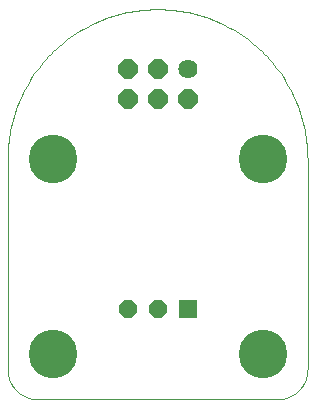
<source format=gbs>
G75*
%MOIN*%
%OFA0B0*%
%FSLAX25Y25*%
%IPPOS*%
%LPD*%
%AMOC8*
5,1,8,0,0,1.08239X$1,22.5*
%
%ADD10C,0.06400*%
%ADD11OC8,0.06400*%
%ADD12OC8,0.06000*%
%ADD13R,0.06000X0.06000*%
%ADD14C,0.00000*%
%ADD15C,0.16211*%
D10*
X0066800Y0134006D03*
D11*
X0066800Y0124006D03*
X0056800Y0124006D03*
X0056800Y0134006D03*
X0046800Y0134006D03*
X0046800Y0124006D03*
D12*
X0046800Y0054006D03*
X0056800Y0054006D03*
D13*
X0066800Y0054006D03*
D14*
X0096800Y0024006D02*
X0016800Y0024006D01*
X0016558Y0024009D01*
X0016317Y0024018D01*
X0016076Y0024032D01*
X0015835Y0024053D01*
X0015595Y0024079D01*
X0015355Y0024111D01*
X0015116Y0024149D01*
X0014879Y0024192D01*
X0014642Y0024242D01*
X0014407Y0024297D01*
X0014173Y0024357D01*
X0013941Y0024424D01*
X0013710Y0024495D01*
X0013481Y0024573D01*
X0013254Y0024656D01*
X0013029Y0024744D01*
X0012806Y0024838D01*
X0012586Y0024937D01*
X0012368Y0025042D01*
X0012153Y0025151D01*
X0011940Y0025266D01*
X0011730Y0025386D01*
X0011524Y0025511D01*
X0011320Y0025641D01*
X0011119Y0025776D01*
X0010922Y0025916D01*
X0010728Y0026060D01*
X0010538Y0026209D01*
X0010352Y0026363D01*
X0010169Y0026521D01*
X0009990Y0026683D01*
X0009815Y0026850D01*
X0009644Y0027021D01*
X0009477Y0027196D01*
X0009315Y0027375D01*
X0009157Y0027558D01*
X0009003Y0027744D01*
X0008854Y0027934D01*
X0008710Y0028128D01*
X0008570Y0028325D01*
X0008435Y0028526D01*
X0008305Y0028730D01*
X0008180Y0028936D01*
X0008060Y0029146D01*
X0007945Y0029359D01*
X0007836Y0029574D01*
X0007731Y0029792D01*
X0007632Y0030012D01*
X0007538Y0030235D01*
X0007450Y0030460D01*
X0007367Y0030687D01*
X0007289Y0030916D01*
X0007218Y0031147D01*
X0007151Y0031379D01*
X0007091Y0031613D01*
X0007036Y0031848D01*
X0006986Y0032085D01*
X0006943Y0032322D01*
X0006905Y0032561D01*
X0006873Y0032801D01*
X0006847Y0033041D01*
X0006826Y0033282D01*
X0006812Y0033523D01*
X0006803Y0033764D01*
X0006800Y0034006D01*
X0006800Y0104006D01*
X0006815Y0105224D01*
X0006859Y0106440D01*
X0006933Y0107656D01*
X0007037Y0108869D01*
X0007170Y0110079D01*
X0007333Y0111286D01*
X0007525Y0112488D01*
X0007746Y0113686D01*
X0007996Y0114878D01*
X0008275Y0116063D01*
X0008583Y0117241D01*
X0008920Y0118411D01*
X0009285Y0119573D01*
X0009678Y0120725D01*
X0010099Y0121868D01*
X0010548Y0122999D01*
X0011024Y0124120D01*
X0011528Y0125229D01*
X0012058Y0126325D01*
X0012615Y0127408D01*
X0013198Y0128477D01*
X0013806Y0129531D01*
X0014441Y0130571D01*
X0015100Y0131594D01*
X0015784Y0132602D01*
X0016493Y0133592D01*
X0017225Y0134565D01*
X0017981Y0135519D01*
X0018760Y0136455D01*
X0019561Y0137372D01*
X0020385Y0138269D01*
X0021230Y0139145D01*
X0022096Y0140001D01*
X0022983Y0140836D01*
X0023890Y0141648D01*
X0024816Y0142438D01*
X0025762Y0143206D01*
X0026725Y0143950D01*
X0027707Y0144670D01*
X0028706Y0145367D01*
X0029721Y0146039D01*
X0030753Y0146686D01*
X0031800Y0147307D01*
X0032862Y0147903D01*
X0033938Y0148473D01*
X0035027Y0149017D01*
X0036130Y0149533D01*
X0037245Y0150023D01*
X0038371Y0150486D01*
X0039508Y0150921D01*
X0040656Y0151328D01*
X0041813Y0151707D01*
X0042979Y0152058D01*
X0044153Y0152380D01*
X0045335Y0152674D01*
X0046524Y0152939D01*
X0047718Y0153174D01*
X0048918Y0153381D01*
X0050123Y0153558D01*
X0051331Y0153706D01*
X0052543Y0153824D01*
X0053758Y0153913D01*
X0054974Y0153973D01*
X0056191Y0154002D01*
X0057409Y0154002D01*
X0058626Y0153973D01*
X0059842Y0153913D01*
X0061057Y0153824D01*
X0062269Y0153706D01*
X0063477Y0153558D01*
X0064682Y0153381D01*
X0065882Y0153174D01*
X0067076Y0152939D01*
X0068265Y0152674D01*
X0069447Y0152380D01*
X0070621Y0152058D01*
X0071787Y0151707D01*
X0072944Y0151328D01*
X0074092Y0150921D01*
X0075229Y0150486D01*
X0076355Y0150023D01*
X0077470Y0149533D01*
X0078573Y0149017D01*
X0079662Y0148473D01*
X0080738Y0147903D01*
X0081800Y0147307D01*
X0082847Y0146686D01*
X0083879Y0146039D01*
X0084894Y0145367D01*
X0085893Y0144670D01*
X0086875Y0143950D01*
X0087838Y0143206D01*
X0088784Y0142438D01*
X0089710Y0141648D01*
X0090617Y0140836D01*
X0091504Y0140001D01*
X0092370Y0139145D01*
X0093215Y0138269D01*
X0094039Y0137372D01*
X0094840Y0136455D01*
X0095619Y0135519D01*
X0096375Y0134565D01*
X0097107Y0133592D01*
X0097816Y0132602D01*
X0098500Y0131594D01*
X0099159Y0130571D01*
X0099794Y0129531D01*
X0100402Y0128477D01*
X0100985Y0127408D01*
X0101542Y0126325D01*
X0102072Y0125229D01*
X0102576Y0124120D01*
X0103052Y0122999D01*
X0103501Y0121868D01*
X0103922Y0120725D01*
X0104315Y0119573D01*
X0104680Y0118411D01*
X0105017Y0117241D01*
X0105325Y0116063D01*
X0105604Y0114878D01*
X0105854Y0113686D01*
X0106075Y0112488D01*
X0106267Y0111286D01*
X0106430Y0110079D01*
X0106563Y0108869D01*
X0106667Y0107656D01*
X0106741Y0106440D01*
X0106785Y0105224D01*
X0106800Y0104006D01*
X0106800Y0034006D01*
X0106797Y0033764D01*
X0106788Y0033523D01*
X0106774Y0033282D01*
X0106753Y0033041D01*
X0106727Y0032801D01*
X0106695Y0032561D01*
X0106657Y0032322D01*
X0106614Y0032085D01*
X0106564Y0031848D01*
X0106509Y0031613D01*
X0106449Y0031379D01*
X0106382Y0031147D01*
X0106311Y0030916D01*
X0106233Y0030687D01*
X0106150Y0030460D01*
X0106062Y0030235D01*
X0105968Y0030012D01*
X0105869Y0029792D01*
X0105764Y0029574D01*
X0105655Y0029359D01*
X0105540Y0029146D01*
X0105420Y0028936D01*
X0105295Y0028730D01*
X0105165Y0028526D01*
X0105030Y0028325D01*
X0104890Y0028128D01*
X0104746Y0027934D01*
X0104597Y0027744D01*
X0104443Y0027558D01*
X0104285Y0027375D01*
X0104123Y0027196D01*
X0103956Y0027021D01*
X0103785Y0026850D01*
X0103610Y0026683D01*
X0103431Y0026521D01*
X0103248Y0026363D01*
X0103062Y0026209D01*
X0102872Y0026060D01*
X0102678Y0025916D01*
X0102481Y0025776D01*
X0102280Y0025641D01*
X0102076Y0025511D01*
X0101870Y0025386D01*
X0101660Y0025266D01*
X0101447Y0025151D01*
X0101232Y0025042D01*
X0101014Y0024937D01*
X0100794Y0024838D01*
X0100571Y0024744D01*
X0100346Y0024656D01*
X0100119Y0024573D01*
X0099890Y0024495D01*
X0099659Y0024424D01*
X0099427Y0024357D01*
X0099193Y0024297D01*
X0098958Y0024242D01*
X0098721Y0024192D01*
X0098484Y0024149D01*
X0098245Y0024111D01*
X0098005Y0024079D01*
X0097765Y0024053D01*
X0097524Y0024032D01*
X0097283Y0024018D01*
X0097042Y0024009D01*
X0096800Y0024006D01*
D15*
X0091800Y0039006D03*
X0091800Y0104006D03*
X0021800Y0104006D03*
X0021800Y0039006D03*
M02*

</source>
